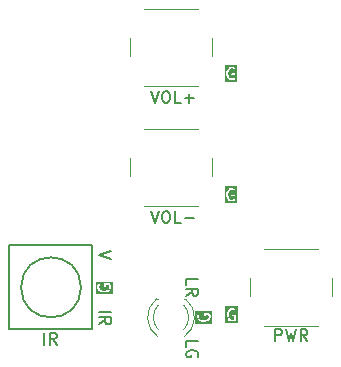
<source format=gbr>
%TF.GenerationSoftware,KiCad,Pcbnew,7.0.9*%
%TF.CreationDate,2023-12-18T23:10:01+09:00*%
%TF.ProjectId,ipad_osd_control,69706164-5f6f-4736-945f-636f6e74726f,1*%
%TF.SameCoordinates,Original*%
%TF.FileFunction,Legend,Top*%
%TF.FilePolarity,Positive*%
%FSLAX46Y46*%
G04 Gerber Fmt 4.6, Leading zero omitted, Abs format (unit mm)*
G04 Created by KiCad (PCBNEW 7.0.9) date 2023-12-18 23:10:01*
%MOMM*%
%LPD*%
G01*
G04 APERTURE LIST*
%ADD10C,0.150000*%
%ADD11C,0.120000*%
G04 APERTURE END LIST*
D10*
G36*
X133866464Y-84212476D02*
G01*
X132811703Y-84212476D01*
X132811703Y-83566047D01*
X132954560Y-83566047D01*
X132955745Y-83569304D01*
X132956799Y-83584237D01*
X133004418Y-83774713D01*
X133006406Y-83777657D01*
X133010097Y-83790064D01*
X133057716Y-83885302D01*
X133058902Y-83886425D01*
X133071765Y-83904794D01*
X133167003Y-84000033D01*
X133171067Y-84001928D01*
X133173414Y-84005748D01*
X133196319Y-84018151D01*
X133339175Y-84065770D01*
X133340810Y-84065725D01*
X133362893Y-84069619D01*
X133458131Y-84069619D01*
X133459669Y-84069058D01*
X133481848Y-84065770D01*
X133624705Y-84018151D01*
X133628216Y-84015363D01*
X133632685Y-84014973D01*
X133654022Y-84000032D01*
X133701640Y-83952413D01*
X133708558Y-83937575D01*
X133719084Y-83925032D01*
X133721927Y-83908904D01*
X133723321Y-83905916D01*
X133722798Y-83903965D01*
X133723607Y-83899380D01*
X133723607Y-83566047D01*
X133716943Y-83547738D01*
X133713559Y-83528547D01*
X133708374Y-83524196D01*
X133706060Y-83517838D01*
X133689186Y-83508095D01*
X133674259Y-83495570D01*
X133664516Y-83493852D01*
X133661631Y-83492186D01*
X133658348Y-83492764D01*
X133648607Y-83491047D01*
X133458131Y-83491047D01*
X133409922Y-83508594D01*
X133384270Y-83553023D01*
X133393179Y-83603547D01*
X133432479Y-83636524D01*
X133458131Y-83641047D01*
X133573607Y-83641047D01*
X133573607Y-83868314D01*
X133560474Y-83881447D01*
X133445961Y-83919619D01*
X133375063Y-83919619D01*
X133260550Y-83881448D01*
X133186437Y-83807334D01*
X133147943Y-83730347D01*
X133104560Y-83556813D01*
X133104560Y-83432424D01*
X133147943Y-83258890D01*
X133186437Y-83181903D01*
X133260550Y-83107790D01*
X133375063Y-83069619D01*
X133488045Y-83069619D01*
X133567447Y-83109320D01*
X133618413Y-83115185D01*
X133661226Y-83086919D01*
X133675853Y-83037744D01*
X133655450Y-82990673D01*
X133634529Y-82975156D01*
X133539291Y-82927537D01*
X133534837Y-82927024D01*
X133531402Y-82924142D01*
X133505750Y-82919619D01*
X133362893Y-82919619D01*
X133361355Y-82920178D01*
X133339175Y-82923468D01*
X133196319Y-82971087D01*
X133192808Y-82973873D01*
X133188340Y-82974264D01*
X133167003Y-82989205D01*
X133071765Y-83084443D01*
X133071074Y-83085924D01*
X133057716Y-83103935D01*
X133010097Y-83199173D01*
X133009690Y-83202701D01*
X133004418Y-83214524D01*
X132956799Y-83405000D01*
X132957159Y-83408448D01*
X132954560Y-83423190D01*
X132954560Y-83566047D01*
X132811703Y-83566047D01*
X132811703Y-82776762D01*
X133866464Y-82776762D01*
X133866464Y-84212476D01*
G37*
G36*
X133866464Y-94474076D02*
G01*
X132811703Y-94474076D01*
X132811703Y-93827647D01*
X132954560Y-93827647D01*
X132955745Y-93830904D01*
X132956799Y-93845837D01*
X133004418Y-94036313D01*
X133006406Y-94039257D01*
X133010097Y-94051664D01*
X133057716Y-94146902D01*
X133058902Y-94148025D01*
X133071765Y-94166394D01*
X133167003Y-94261633D01*
X133171067Y-94263528D01*
X133173414Y-94267348D01*
X133196319Y-94279751D01*
X133339175Y-94327370D01*
X133340810Y-94327325D01*
X133362893Y-94331219D01*
X133458131Y-94331219D01*
X133459669Y-94330658D01*
X133481848Y-94327370D01*
X133624705Y-94279751D01*
X133628216Y-94276963D01*
X133632685Y-94276573D01*
X133654022Y-94261632D01*
X133701640Y-94214013D01*
X133708558Y-94199175D01*
X133719084Y-94186632D01*
X133721927Y-94170504D01*
X133723321Y-94167516D01*
X133722798Y-94165565D01*
X133723607Y-94160980D01*
X133723607Y-93827647D01*
X133716943Y-93809338D01*
X133713559Y-93790147D01*
X133708374Y-93785796D01*
X133706060Y-93779438D01*
X133689186Y-93769695D01*
X133674259Y-93757170D01*
X133664516Y-93755452D01*
X133661631Y-93753786D01*
X133658348Y-93754364D01*
X133648607Y-93752647D01*
X133458131Y-93752647D01*
X133409922Y-93770194D01*
X133384270Y-93814623D01*
X133393179Y-93865147D01*
X133432479Y-93898124D01*
X133458131Y-93902647D01*
X133573607Y-93902647D01*
X133573607Y-94129914D01*
X133560474Y-94143047D01*
X133445961Y-94181219D01*
X133375063Y-94181219D01*
X133260550Y-94143048D01*
X133186437Y-94068934D01*
X133147943Y-93991947D01*
X133104560Y-93818413D01*
X133104560Y-93694024D01*
X133147943Y-93520490D01*
X133186437Y-93443503D01*
X133260550Y-93369390D01*
X133375063Y-93331219D01*
X133488045Y-93331219D01*
X133567447Y-93370920D01*
X133618413Y-93376785D01*
X133661226Y-93348519D01*
X133675853Y-93299344D01*
X133655450Y-93252273D01*
X133634529Y-93236756D01*
X133539291Y-93189137D01*
X133534837Y-93188624D01*
X133531402Y-93185742D01*
X133505750Y-93181219D01*
X133362893Y-93181219D01*
X133361355Y-93181778D01*
X133339175Y-93185068D01*
X133196319Y-93232687D01*
X133192808Y-93235473D01*
X133188340Y-93235864D01*
X133167003Y-93250805D01*
X133071765Y-93346043D01*
X133071074Y-93347524D01*
X133057716Y-93365535D01*
X133010097Y-93460773D01*
X133009690Y-93464301D01*
X133004418Y-93476124D01*
X132956799Y-93666600D01*
X132957159Y-93670048D01*
X132954560Y-93684790D01*
X132954560Y-93827647D01*
X132811703Y-93827647D01*
X132811703Y-93038362D01*
X133866464Y-93038362D01*
X133866464Y-94474076D01*
G37*
G36*
X133917264Y-104634076D02*
G01*
X132862503Y-104634076D01*
X132862503Y-103987647D01*
X133005360Y-103987647D01*
X133006545Y-103990904D01*
X133007599Y-104005837D01*
X133055218Y-104196313D01*
X133057206Y-104199257D01*
X133060897Y-104211664D01*
X133108516Y-104306902D01*
X133109702Y-104308025D01*
X133122565Y-104326394D01*
X133217803Y-104421633D01*
X133221867Y-104423528D01*
X133224214Y-104427348D01*
X133247119Y-104439751D01*
X133389975Y-104487370D01*
X133391610Y-104487325D01*
X133413693Y-104491219D01*
X133508931Y-104491219D01*
X133510469Y-104490658D01*
X133532648Y-104487370D01*
X133675505Y-104439751D01*
X133679016Y-104436963D01*
X133683485Y-104436573D01*
X133704822Y-104421632D01*
X133752440Y-104374013D01*
X133759358Y-104359175D01*
X133769884Y-104346632D01*
X133772727Y-104330504D01*
X133774121Y-104327516D01*
X133773598Y-104325565D01*
X133774407Y-104320980D01*
X133774407Y-103987647D01*
X133767743Y-103969338D01*
X133764359Y-103950147D01*
X133759174Y-103945796D01*
X133756860Y-103939438D01*
X133739986Y-103929695D01*
X133725059Y-103917170D01*
X133715316Y-103915452D01*
X133712431Y-103913786D01*
X133709148Y-103914364D01*
X133699407Y-103912647D01*
X133508931Y-103912647D01*
X133460722Y-103930194D01*
X133435070Y-103974623D01*
X133443979Y-104025147D01*
X133483279Y-104058124D01*
X133508931Y-104062647D01*
X133624407Y-104062647D01*
X133624407Y-104289914D01*
X133611274Y-104303047D01*
X133496761Y-104341219D01*
X133425863Y-104341219D01*
X133311350Y-104303048D01*
X133237237Y-104228934D01*
X133198743Y-104151947D01*
X133155360Y-103978413D01*
X133155360Y-103854024D01*
X133198743Y-103680490D01*
X133237237Y-103603503D01*
X133311350Y-103529390D01*
X133425863Y-103491219D01*
X133538845Y-103491219D01*
X133618247Y-103530920D01*
X133669213Y-103536785D01*
X133712026Y-103508519D01*
X133726653Y-103459344D01*
X133706250Y-103412273D01*
X133685329Y-103396756D01*
X133590091Y-103349137D01*
X133585637Y-103348624D01*
X133582202Y-103345742D01*
X133556550Y-103341219D01*
X133413693Y-103341219D01*
X133412155Y-103341778D01*
X133389975Y-103345068D01*
X133247119Y-103392687D01*
X133243608Y-103395473D01*
X133239140Y-103395864D01*
X133217803Y-103410805D01*
X133122565Y-103506043D01*
X133121874Y-103507524D01*
X133108516Y-103525535D01*
X133060897Y-103620773D01*
X133060490Y-103624301D01*
X133055218Y-103636124D01*
X133007599Y-103826600D01*
X133007959Y-103830048D01*
X133005360Y-103844790D01*
X133005360Y-103987647D01*
X132862503Y-103987647D01*
X132862503Y-103198362D01*
X133917264Y-103198362D01*
X133917264Y-104634076D01*
G37*
G36*
X131761276Y-104678296D02*
G01*
X130325562Y-104678296D01*
X130325562Y-104127106D01*
X130468419Y-104127106D01*
X130468979Y-104128644D01*
X130472268Y-104150823D01*
X130519887Y-104293680D01*
X130522674Y-104297192D01*
X130523065Y-104301659D01*
X130538005Y-104322996D01*
X130633243Y-104418234D01*
X130634724Y-104418924D01*
X130652735Y-104432283D01*
X130747973Y-104479902D01*
X130751501Y-104480308D01*
X130763324Y-104485581D01*
X130953800Y-104533200D01*
X130957248Y-104532839D01*
X130971990Y-104535439D01*
X131114847Y-104535439D01*
X131118104Y-104534253D01*
X131133037Y-104533200D01*
X131323513Y-104485581D01*
X131326457Y-104483592D01*
X131338864Y-104479902D01*
X131434102Y-104432283D01*
X131435225Y-104431096D01*
X131453594Y-104418234D01*
X131548833Y-104322996D01*
X131550728Y-104318931D01*
X131554548Y-104316585D01*
X131566951Y-104293680D01*
X131614570Y-104150824D01*
X131614525Y-104149188D01*
X131618419Y-104127106D01*
X131618419Y-104031868D01*
X131617859Y-104030330D01*
X131614570Y-104008150D01*
X131566951Y-103865294D01*
X131564163Y-103861782D01*
X131563773Y-103857314D01*
X131548832Y-103835977D01*
X131501212Y-103788358D01*
X131486374Y-103781439D01*
X131473832Y-103770915D01*
X131457704Y-103768071D01*
X131454716Y-103766678D01*
X131452765Y-103767200D01*
X131448180Y-103766392D01*
X131114847Y-103766392D01*
X131096538Y-103773055D01*
X131077347Y-103776440D01*
X131072996Y-103781624D01*
X131066638Y-103783939D01*
X131056895Y-103800812D01*
X131044370Y-103815740D01*
X131042652Y-103825482D01*
X131040986Y-103828368D01*
X131041564Y-103831650D01*
X131039847Y-103841392D01*
X131039847Y-104031868D01*
X131057394Y-104080077D01*
X131101823Y-104105729D01*
X131152347Y-104096820D01*
X131185324Y-104057520D01*
X131189847Y-104031868D01*
X131189847Y-103916392D01*
X131417114Y-103916392D01*
X131430248Y-103929525D01*
X131468419Y-104044038D01*
X131468419Y-104114936D01*
X131430248Y-104229448D01*
X131356134Y-104303561D01*
X131279147Y-104342055D01*
X131105613Y-104385439D01*
X130981224Y-104385439D01*
X130807690Y-104342055D01*
X130730703Y-104303562D01*
X130656590Y-104229449D01*
X130618419Y-104114935D01*
X130618419Y-104001954D01*
X130658120Y-103922552D01*
X130663985Y-103871586D01*
X130635719Y-103828773D01*
X130586544Y-103814146D01*
X130539473Y-103834549D01*
X130523956Y-103855470D01*
X130476337Y-103950708D01*
X130475824Y-103955161D01*
X130472942Y-103958597D01*
X130468419Y-103984249D01*
X130468419Y-104127106D01*
X130325562Y-104127106D01*
X130325562Y-103623535D01*
X131761276Y-103623535D01*
X131761276Y-104678296D01*
G37*
G36*
X123328476Y-102163696D02*
G01*
X121892762Y-102163696D01*
X121892762Y-101612506D01*
X122035619Y-101612506D01*
X122036179Y-101614044D01*
X122039468Y-101636223D01*
X122087087Y-101779080D01*
X122089874Y-101782592D01*
X122090265Y-101787059D01*
X122105205Y-101808396D01*
X122200443Y-101903634D01*
X122201924Y-101904324D01*
X122219935Y-101917683D01*
X122315173Y-101965302D01*
X122318701Y-101965708D01*
X122330524Y-101970981D01*
X122521000Y-102018600D01*
X122524448Y-102018239D01*
X122539190Y-102020839D01*
X122682047Y-102020839D01*
X122685304Y-102019653D01*
X122700237Y-102018600D01*
X122890713Y-101970981D01*
X122893657Y-101968992D01*
X122906064Y-101965302D01*
X123001302Y-101917683D01*
X123002425Y-101916496D01*
X123020794Y-101903634D01*
X123116033Y-101808396D01*
X123117928Y-101804331D01*
X123121748Y-101801985D01*
X123134151Y-101779080D01*
X123181770Y-101636224D01*
X123181725Y-101634588D01*
X123185619Y-101612506D01*
X123185619Y-101517268D01*
X123185059Y-101515730D01*
X123181770Y-101493550D01*
X123134151Y-101350694D01*
X123131363Y-101347182D01*
X123130973Y-101342714D01*
X123116032Y-101321377D01*
X123068412Y-101273758D01*
X123053574Y-101266839D01*
X123041032Y-101256315D01*
X123024904Y-101253471D01*
X123021916Y-101252078D01*
X123019965Y-101252600D01*
X123015380Y-101251792D01*
X122682047Y-101251792D01*
X122663738Y-101258455D01*
X122644547Y-101261840D01*
X122640196Y-101267024D01*
X122633838Y-101269339D01*
X122624095Y-101286212D01*
X122611570Y-101301140D01*
X122609852Y-101310882D01*
X122608186Y-101313768D01*
X122608764Y-101317050D01*
X122607047Y-101326792D01*
X122607047Y-101517268D01*
X122624594Y-101565477D01*
X122669023Y-101591129D01*
X122719547Y-101582220D01*
X122752524Y-101542920D01*
X122757047Y-101517268D01*
X122757047Y-101401792D01*
X122984314Y-101401792D01*
X122997448Y-101414925D01*
X123035619Y-101529438D01*
X123035619Y-101600336D01*
X122997448Y-101714848D01*
X122923334Y-101788961D01*
X122846347Y-101827455D01*
X122672813Y-101870839D01*
X122548424Y-101870839D01*
X122374890Y-101827455D01*
X122297903Y-101788962D01*
X122223790Y-101714849D01*
X122185619Y-101600335D01*
X122185619Y-101487354D01*
X122225320Y-101407952D01*
X122231185Y-101356986D01*
X122202919Y-101314173D01*
X122153744Y-101299546D01*
X122106673Y-101319949D01*
X122091156Y-101340870D01*
X122043537Y-101436108D01*
X122043024Y-101440561D01*
X122040142Y-101443997D01*
X122035619Y-101469649D01*
X122035619Y-101612506D01*
X121892762Y-101612506D01*
X121892762Y-101108935D01*
X123328476Y-101108935D01*
X123328476Y-102163696D01*
G37*
X114554000Y-98044000D02*
X121539000Y-98044000D01*
X121539000Y-105156000D01*
X114554000Y-105156000D01*
X114554000Y-98044000D01*
X120650000Y-101600000D02*
G75*
G03*
X120650000Y-101600000I-2540000J0D01*
G01*
X123202580Y-99170877D02*
X122202580Y-98837544D01*
X122202580Y-98837544D02*
X123202580Y-98504211D01*
X129568580Y-101396969D02*
X129568580Y-100920779D01*
X129568580Y-100920779D02*
X130568580Y-100920779D01*
X129568580Y-102301731D02*
X130044771Y-101968398D01*
X129568580Y-101730303D02*
X130568580Y-101730303D01*
X130568580Y-101730303D02*
X130568580Y-102111255D01*
X130568580Y-102111255D02*
X130520961Y-102206493D01*
X130520961Y-102206493D02*
X130473342Y-102254112D01*
X130473342Y-102254112D02*
X130378104Y-102301731D01*
X130378104Y-102301731D02*
X130235247Y-102301731D01*
X130235247Y-102301731D02*
X130140009Y-102254112D01*
X130140009Y-102254112D02*
X130092390Y-102206493D01*
X130092390Y-102206493D02*
X130044771Y-102111255D01*
X130044771Y-102111255D02*
X130044771Y-101730303D01*
X122202580Y-103663979D02*
X123202580Y-103663979D01*
X122202580Y-104711597D02*
X122678771Y-104378264D01*
X122202580Y-104140169D02*
X123202580Y-104140169D01*
X123202580Y-104140169D02*
X123202580Y-104521121D01*
X123202580Y-104521121D02*
X123154961Y-104616359D01*
X123154961Y-104616359D02*
X123107342Y-104663978D01*
X123107342Y-104663978D02*
X123012104Y-104711597D01*
X123012104Y-104711597D02*
X122869247Y-104711597D01*
X122869247Y-104711597D02*
X122774009Y-104663978D01*
X122774009Y-104663978D02*
X122726390Y-104616359D01*
X122726390Y-104616359D02*
X122678771Y-104521121D01*
X122678771Y-104521121D02*
X122678771Y-104140169D01*
X137090379Y-106143419D02*
X137090379Y-105143419D01*
X137090379Y-105143419D02*
X137471331Y-105143419D01*
X137471331Y-105143419D02*
X137566569Y-105191038D01*
X137566569Y-105191038D02*
X137614188Y-105238657D01*
X137614188Y-105238657D02*
X137661807Y-105333895D01*
X137661807Y-105333895D02*
X137661807Y-105476752D01*
X137661807Y-105476752D02*
X137614188Y-105571990D01*
X137614188Y-105571990D02*
X137566569Y-105619609D01*
X137566569Y-105619609D02*
X137471331Y-105667228D01*
X137471331Y-105667228D02*
X137090379Y-105667228D01*
X137995141Y-105143419D02*
X138233236Y-106143419D01*
X138233236Y-106143419D02*
X138423712Y-105429133D01*
X138423712Y-105429133D02*
X138614188Y-106143419D01*
X138614188Y-106143419D02*
X138852284Y-105143419D01*
X139804664Y-106143419D02*
X139471331Y-105667228D01*
X139233236Y-106143419D02*
X139233236Y-105143419D01*
X139233236Y-105143419D02*
X139614188Y-105143419D01*
X139614188Y-105143419D02*
X139709426Y-105191038D01*
X139709426Y-105191038D02*
X139757045Y-105238657D01*
X139757045Y-105238657D02*
X139804664Y-105333895D01*
X139804664Y-105333895D02*
X139804664Y-105476752D01*
X139804664Y-105476752D02*
X139757045Y-105571990D01*
X139757045Y-105571990D02*
X139709426Y-105619609D01*
X139709426Y-105619609D02*
X139614188Y-105667228D01*
X139614188Y-105667228D02*
X139233236Y-105667228D01*
X117532379Y-106448219D02*
X117532379Y-105448219D01*
X118579997Y-106448219D02*
X118246664Y-105972028D01*
X118008569Y-106448219D02*
X118008569Y-105448219D01*
X118008569Y-105448219D02*
X118389521Y-105448219D01*
X118389521Y-105448219D02*
X118484759Y-105495838D01*
X118484759Y-105495838D02*
X118532378Y-105543457D01*
X118532378Y-105543457D02*
X118579997Y-105638695D01*
X118579997Y-105638695D02*
X118579997Y-105781552D01*
X118579997Y-105781552D02*
X118532378Y-105876790D01*
X118532378Y-105876790D02*
X118484759Y-105924409D01*
X118484759Y-105924409D02*
X118389521Y-105972028D01*
X118389521Y-105972028D02*
X118008569Y-105972028D01*
X129568580Y-106625304D02*
X129568580Y-106149114D01*
X129568580Y-106149114D02*
X130568580Y-106149114D01*
X130520961Y-107482447D02*
X130568580Y-107387209D01*
X130568580Y-107387209D02*
X130568580Y-107244352D01*
X130568580Y-107244352D02*
X130520961Y-107101495D01*
X130520961Y-107101495D02*
X130425723Y-107006257D01*
X130425723Y-107006257D02*
X130330485Y-106958638D01*
X130330485Y-106958638D02*
X130140009Y-106911019D01*
X130140009Y-106911019D02*
X129997152Y-106911019D01*
X129997152Y-106911019D02*
X129806676Y-106958638D01*
X129806676Y-106958638D02*
X129711438Y-107006257D01*
X129711438Y-107006257D02*
X129616200Y-107101495D01*
X129616200Y-107101495D02*
X129568580Y-107244352D01*
X129568580Y-107244352D02*
X129568580Y-107339590D01*
X129568580Y-107339590D02*
X129616200Y-107482447D01*
X129616200Y-107482447D02*
X129663819Y-107530066D01*
X129663819Y-107530066D02*
X129997152Y-107530066D01*
X129997152Y-107530066D02*
X129997152Y-107339590D01*
X126558922Y-84975819D02*
X126892255Y-85975819D01*
X126892255Y-85975819D02*
X127225588Y-84975819D01*
X127749398Y-84975819D02*
X127939874Y-84975819D01*
X127939874Y-84975819D02*
X128035112Y-85023438D01*
X128035112Y-85023438D02*
X128130350Y-85118676D01*
X128130350Y-85118676D02*
X128177969Y-85309152D01*
X128177969Y-85309152D02*
X128177969Y-85642485D01*
X128177969Y-85642485D02*
X128130350Y-85832961D01*
X128130350Y-85832961D02*
X128035112Y-85928200D01*
X128035112Y-85928200D02*
X127939874Y-85975819D01*
X127939874Y-85975819D02*
X127749398Y-85975819D01*
X127749398Y-85975819D02*
X127654160Y-85928200D01*
X127654160Y-85928200D02*
X127558922Y-85832961D01*
X127558922Y-85832961D02*
X127511303Y-85642485D01*
X127511303Y-85642485D02*
X127511303Y-85309152D01*
X127511303Y-85309152D02*
X127558922Y-85118676D01*
X127558922Y-85118676D02*
X127654160Y-85023438D01*
X127654160Y-85023438D02*
X127749398Y-84975819D01*
X129082731Y-85975819D02*
X128606541Y-85975819D01*
X128606541Y-85975819D02*
X128606541Y-84975819D01*
X129416065Y-85594866D02*
X130177970Y-85594866D01*
X129797017Y-85975819D02*
X129797017Y-85213914D01*
X126558922Y-95135819D02*
X126892255Y-96135819D01*
X126892255Y-96135819D02*
X127225588Y-95135819D01*
X127749398Y-95135819D02*
X127939874Y-95135819D01*
X127939874Y-95135819D02*
X128035112Y-95183438D01*
X128035112Y-95183438D02*
X128130350Y-95278676D01*
X128130350Y-95278676D02*
X128177969Y-95469152D01*
X128177969Y-95469152D02*
X128177969Y-95802485D01*
X128177969Y-95802485D02*
X128130350Y-95992961D01*
X128130350Y-95992961D02*
X128035112Y-96088200D01*
X128035112Y-96088200D02*
X127939874Y-96135819D01*
X127939874Y-96135819D02*
X127749398Y-96135819D01*
X127749398Y-96135819D02*
X127654160Y-96088200D01*
X127654160Y-96088200D02*
X127558922Y-95992961D01*
X127558922Y-95992961D02*
X127511303Y-95802485D01*
X127511303Y-95802485D02*
X127511303Y-95469152D01*
X127511303Y-95469152D02*
X127558922Y-95278676D01*
X127558922Y-95278676D02*
X127654160Y-95183438D01*
X127654160Y-95183438D02*
X127749398Y-95135819D01*
X129082731Y-96135819D02*
X128606541Y-96135819D01*
X128606541Y-96135819D02*
X128606541Y-95135819D01*
X129416065Y-95754866D02*
X130177970Y-95754866D01*
D11*
%TO.C,SW2*%
X131770000Y-82030000D02*
X131770000Y-80530000D01*
X130520000Y-78030000D02*
X126020000Y-78030000D01*
X126020000Y-84530000D02*
X130520000Y-84530000D01*
X124770000Y-80530000D02*
X124770000Y-82030000D01*
%TO.C,SW3*%
X124770000Y-90690000D02*
X124770000Y-92190000D01*
X126020000Y-94690000D02*
X130520000Y-94690000D01*
X130520000Y-88190000D02*
X126020000Y-88190000D01*
X131770000Y-92190000D02*
X131770000Y-90690000D01*
%TO.C,SW1*%
X134930000Y-100850000D02*
X134930000Y-102350000D01*
X136180000Y-104850000D02*
X140680000Y-104850000D01*
X140680000Y-98350000D02*
X136180000Y-98350000D01*
X141930000Y-102350000D02*
X141930000Y-100850000D01*
%TO.C,D1*%
X127034485Y-102580001D02*
G75*
G03*
X127191392Y-105812334I1235515J-1559999D01*
G01*
X127190001Y-103099040D02*
G75*
G03*
X127190164Y-105181129I1079999J-1040960D01*
G01*
X129349836Y-105181129D02*
G75*
G03*
X129349999Y-103099040I-1079836J1041129D01*
G01*
X129348608Y-105812334D02*
G75*
G03*
X129505515Y-102580001I-1078608J1672334D01*
G01*
X127190000Y-102580000D02*
X127034000Y-102580000D01*
X129506000Y-102580000D02*
X129350000Y-102580000D01*
%TD*%
M02*

</source>
